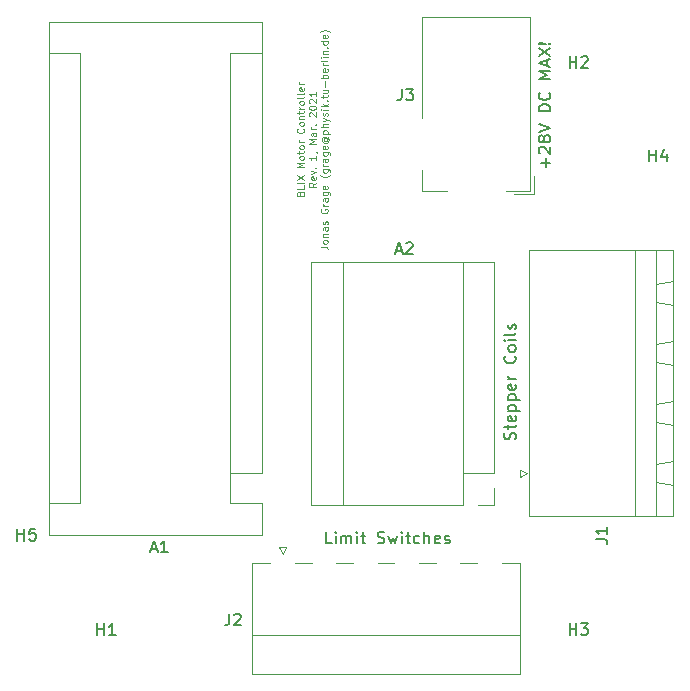
<source format=gbr>
G04 #@! TF.GenerationSoftware,KiCad,Pcbnew,5.0.2+dfsg1-1*
G04 #@! TF.CreationDate,2021-03-19T17:12:50+01:00*
G04 #@! TF.ProjectId,motor,6d6f746f-722e-46b6-9963-61645f706362,rev?*
G04 #@! TF.SameCoordinates,Original*
G04 #@! TF.FileFunction,Legend,Top*
G04 #@! TF.FilePolarity,Positive*
%FSLAX46Y46*%
G04 Gerber Fmt 4.6, Leading zero omitted, Abs format (unit mm)*
G04 Created by KiCad (PCBNEW 5.0.2+dfsg1-1) date Fr 19 Mär 2021 17:12:50 CET*
%MOMM*%
%LPD*%
G01*
G04 APERTURE LIST*
%ADD10C,0.150000*%
%ADD11C,0.100000*%
%ADD12C,0.200000*%
%ADD13C,0.120000*%
G04 APERTURE END LIST*
D10*
X214654761Y-75880952D02*
X214702380Y-75738095D01*
X214702380Y-75500000D01*
X214654761Y-75404761D01*
X214607142Y-75357142D01*
X214511904Y-75309523D01*
X214416666Y-75309523D01*
X214321428Y-75357142D01*
X214273809Y-75404761D01*
X214226190Y-75500000D01*
X214178571Y-75690476D01*
X214130952Y-75785714D01*
X214083333Y-75833333D01*
X213988095Y-75880952D01*
X213892857Y-75880952D01*
X213797619Y-75833333D01*
X213750000Y-75785714D01*
X213702380Y-75690476D01*
X213702380Y-75452380D01*
X213750000Y-75309523D01*
X214035714Y-75023809D02*
X214035714Y-74642857D01*
X213702380Y-74880952D02*
X214559523Y-74880952D01*
X214654761Y-74833333D01*
X214702380Y-74738095D01*
X214702380Y-74642857D01*
X214654761Y-73928571D02*
X214702380Y-74023809D01*
X214702380Y-74214285D01*
X214654761Y-74309523D01*
X214559523Y-74357142D01*
X214178571Y-74357142D01*
X214083333Y-74309523D01*
X214035714Y-74214285D01*
X214035714Y-74023809D01*
X214083333Y-73928571D01*
X214178571Y-73880952D01*
X214273809Y-73880952D01*
X214369047Y-74357142D01*
X214035714Y-73452380D02*
X215035714Y-73452380D01*
X214083333Y-73452380D02*
X214035714Y-73357142D01*
X214035714Y-73166666D01*
X214083333Y-73071428D01*
X214130952Y-73023809D01*
X214226190Y-72976190D01*
X214511904Y-72976190D01*
X214607142Y-73023809D01*
X214654761Y-73071428D01*
X214702380Y-73166666D01*
X214702380Y-73357142D01*
X214654761Y-73452380D01*
X214035714Y-72547619D02*
X215035714Y-72547619D01*
X214083333Y-72547619D02*
X214035714Y-72452380D01*
X214035714Y-72261904D01*
X214083333Y-72166666D01*
X214130952Y-72119047D01*
X214226190Y-72071428D01*
X214511904Y-72071428D01*
X214607142Y-72119047D01*
X214654761Y-72166666D01*
X214702380Y-72261904D01*
X214702380Y-72452380D01*
X214654761Y-72547619D01*
X214654761Y-71261904D02*
X214702380Y-71357142D01*
X214702380Y-71547619D01*
X214654761Y-71642857D01*
X214559523Y-71690476D01*
X214178571Y-71690476D01*
X214083333Y-71642857D01*
X214035714Y-71547619D01*
X214035714Y-71357142D01*
X214083333Y-71261904D01*
X214178571Y-71214285D01*
X214273809Y-71214285D01*
X214369047Y-71690476D01*
X214702380Y-70785714D02*
X214035714Y-70785714D01*
X214226190Y-70785714D02*
X214130952Y-70738095D01*
X214083333Y-70690476D01*
X214035714Y-70595238D01*
X214035714Y-70500000D01*
X214607142Y-68833333D02*
X214654761Y-68880952D01*
X214702380Y-69023809D01*
X214702380Y-69119047D01*
X214654761Y-69261904D01*
X214559523Y-69357142D01*
X214464285Y-69404761D01*
X214273809Y-69452380D01*
X214130952Y-69452380D01*
X213940476Y-69404761D01*
X213845238Y-69357142D01*
X213750000Y-69261904D01*
X213702380Y-69119047D01*
X213702380Y-69023809D01*
X213750000Y-68880952D01*
X213797619Y-68833333D01*
X214702380Y-68261904D02*
X214654761Y-68357142D01*
X214607142Y-68404761D01*
X214511904Y-68452380D01*
X214226190Y-68452380D01*
X214130952Y-68404761D01*
X214083333Y-68357142D01*
X214035714Y-68261904D01*
X214035714Y-68119047D01*
X214083333Y-68023809D01*
X214130952Y-67976190D01*
X214226190Y-67928571D01*
X214511904Y-67928571D01*
X214607142Y-67976190D01*
X214654761Y-68023809D01*
X214702380Y-68119047D01*
X214702380Y-68261904D01*
X214702380Y-67500000D02*
X214035714Y-67500000D01*
X213702380Y-67500000D02*
X213750000Y-67547619D01*
X213797619Y-67500000D01*
X213750000Y-67452380D01*
X213702380Y-67500000D01*
X213797619Y-67500000D01*
X214702380Y-66880952D02*
X214654761Y-66976190D01*
X214559523Y-67023809D01*
X213702380Y-67023809D01*
X214654761Y-66547619D02*
X214702380Y-66452380D01*
X214702380Y-66261904D01*
X214654761Y-66166666D01*
X214559523Y-66119047D01*
X214511904Y-66119047D01*
X214416666Y-66166666D01*
X214369047Y-66261904D01*
X214369047Y-66404761D01*
X214321428Y-66500000D01*
X214226190Y-66547619D01*
X214178571Y-66547619D01*
X214083333Y-66500000D01*
X214035714Y-66404761D01*
X214035714Y-66261904D01*
X214083333Y-66166666D01*
X199096904Y-84702380D02*
X198620714Y-84702380D01*
X198620714Y-83702380D01*
X199430238Y-84702380D02*
X199430238Y-84035714D01*
X199430238Y-83702380D02*
X199382619Y-83750000D01*
X199430238Y-83797619D01*
X199477857Y-83750000D01*
X199430238Y-83702380D01*
X199430238Y-83797619D01*
X199906428Y-84702380D02*
X199906428Y-84035714D01*
X199906428Y-84130952D02*
X199954047Y-84083333D01*
X200049285Y-84035714D01*
X200192142Y-84035714D01*
X200287380Y-84083333D01*
X200335000Y-84178571D01*
X200335000Y-84702380D01*
X200335000Y-84178571D02*
X200382619Y-84083333D01*
X200477857Y-84035714D01*
X200620714Y-84035714D01*
X200715952Y-84083333D01*
X200763571Y-84178571D01*
X200763571Y-84702380D01*
X201239761Y-84702380D02*
X201239761Y-84035714D01*
X201239761Y-83702380D02*
X201192142Y-83750000D01*
X201239761Y-83797619D01*
X201287380Y-83750000D01*
X201239761Y-83702380D01*
X201239761Y-83797619D01*
X201573095Y-84035714D02*
X201954047Y-84035714D01*
X201715952Y-83702380D02*
X201715952Y-84559523D01*
X201763571Y-84654761D01*
X201858809Y-84702380D01*
X201954047Y-84702380D01*
X203001666Y-84654761D02*
X203144523Y-84702380D01*
X203382619Y-84702380D01*
X203477857Y-84654761D01*
X203525476Y-84607142D01*
X203573095Y-84511904D01*
X203573095Y-84416666D01*
X203525476Y-84321428D01*
X203477857Y-84273809D01*
X203382619Y-84226190D01*
X203192142Y-84178571D01*
X203096904Y-84130952D01*
X203049285Y-84083333D01*
X203001666Y-83988095D01*
X203001666Y-83892857D01*
X203049285Y-83797619D01*
X203096904Y-83750000D01*
X203192142Y-83702380D01*
X203430238Y-83702380D01*
X203573095Y-83750000D01*
X203906428Y-84035714D02*
X204096904Y-84702380D01*
X204287380Y-84226190D01*
X204477857Y-84702380D01*
X204668333Y-84035714D01*
X205049285Y-84702380D02*
X205049285Y-84035714D01*
X205049285Y-83702380D02*
X205001666Y-83750000D01*
X205049285Y-83797619D01*
X205096904Y-83750000D01*
X205049285Y-83702380D01*
X205049285Y-83797619D01*
X205382619Y-84035714D02*
X205763571Y-84035714D01*
X205525476Y-83702380D02*
X205525476Y-84559523D01*
X205573095Y-84654761D01*
X205668333Y-84702380D01*
X205763571Y-84702380D01*
X206525476Y-84654761D02*
X206430238Y-84702380D01*
X206239761Y-84702380D01*
X206144523Y-84654761D01*
X206096904Y-84607142D01*
X206049285Y-84511904D01*
X206049285Y-84226190D01*
X206096904Y-84130952D01*
X206144523Y-84083333D01*
X206239761Y-84035714D01*
X206430238Y-84035714D01*
X206525476Y-84083333D01*
X206954047Y-84702380D02*
X206954047Y-83702380D01*
X207382619Y-84702380D02*
X207382619Y-84178571D01*
X207335000Y-84083333D01*
X207239761Y-84035714D01*
X207096904Y-84035714D01*
X207001666Y-84083333D01*
X206954047Y-84130952D01*
X208239761Y-84654761D02*
X208144523Y-84702380D01*
X207954047Y-84702380D01*
X207858809Y-84654761D01*
X207811190Y-84559523D01*
X207811190Y-84178571D01*
X207858809Y-84083333D01*
X207954047Y-84035714D01*
X208144523Y-84035714D01*
X208239761Y-84083333D01*
X208287380Y-84178571D01*
X208287380Y-84273809D01*
X207811190Y-84369047D01*
X208668333Y-84654761D02*
X208763571Y-84702380D01*
X208954047Y-84702380D01*
X209049285Y-84654761D01*
X209096904Y-84559523D01*
X209096904Y-84511904D01*
X209049285Y-84416666D01*
X208954047Y-84369047D01*
X208811190Y-84369047D01*
X208715952Y-84321428D01*
X208668333Y-84226190D01*
X208668333Y-84178571D01*
X208715952Y-84083333D01*
X208811190Y-84035714D01*
X208954047Y-84035714D01*
X209049285Y-84083333D01*
D11*
X196457142Y-55057142D02*
X196485714Y-54971428D01*
X196514285Y-54942857D01*
X196571428Y-54914285D01*
X196657142Y-54914285D01*
X196714285Y-54942857D01*
X196742857Y-54971428D01*
X196771428Y-55028571D01*
X196771428Y-55257142D01*
X196171428Y-55257142D01*
X196171428Y-55057142D01*
X196200000Y-55000000D01*
X196228571Y-54971428D01*
X196285714Y-54942857D01*
X196342857Y-54942857D01*
X196400000Y-54971428D01*
X196428571Y-55000000D01*
X196457142Y-55057142D01*
X196457142Y-55257142D01*
X196771428Y-54371428D02*
X196771428Y-54657142D01*
X196171428Y-54657142D01*
X196771428Y-54171428D02*
X196371428Y-54171428D01*
X196171428Y-54171428D02*
X196200000Y-54200000D01*
X196228571Y-54171428D01*
X196200000Y-54142857D01*
X196171428Y-54171428D01*
X196228571Y-54171428D01*
X196171428Y-53942857D02*
X196771428Y-53542857D01*
X196171428Y-53542857D02*
X196771428Y-53942857D01*
X196771428Y-52857142D02*
X196171428Y-52857142D01*
X196600000Y-52657142D01*
X196171428Y-52457142D01*
X196771428Y-52457142D01*
X196771428Y-52085714D02*
X196742857Y-52142857D01*
X196714285Y-52171428D01*
X196657142Y-52200000D01*
X196485714Y-52200000D01*
X196428571Y-52171428D01*
X196400000Y-52142857D01*
X196371428Y-52085714D01*
X196371428Y-52000000D01*
X196400000Y-51942857D01*
X196428571Y-51914285D01*
X196485714Y-51885714D01*
X196657142Y-51885714D01*
X196714285Y-51914285D01*
X196742857Y-51942857D01*
X196771428Y-52000000D01*
X196771428Y-52085714D01*
X196371428Y-51714285D02*
X196371428Y-51485714D01*
X196171428Y-51628571D02*
X196685714Y-51628571D01*
X196742857Y-51600000D01*
X196771428Y-51542857D01*
X196771428Y-51485714D01*
X196771428Y-51200000D02*
X196742857Y-51257142D01*
X196714285Y-51285714D01*
X196657142Y-51314285D01*
X196485714Y-51314285D01*
X196428571Y-51285714D01*
X196400000Y-51257142D01*
X196371428Y-51200000D01*
X196371428Y-51114285D01*
X196400000Y-51057142D01*
X196428571Y-51028571D01*
X196485714Y-51000000D01*
X196657142Y-51000000D01*
X196714285Y-51028571D01*
X196742857Y-51057142D01*
X196771428Y-51114285D01*
X196771428Y-51200000D01*
X196771428Y-50742857D02*
X196371428Y-50742857D01*
X196485714Y-50742857D02*
X196428571Y-50714285D01*
X196400000Y-50685714D01*
X196371428Y-50628571D01*
X196371428Y-50571428D01*
X196714285Y-49571428D02*
X196742857Y-49600000D01*
X196771428Y-49685714D01*
X196771428Y-49742857D01*
X196742857Y-49828571D01*
X196685714Y-49885714D01*
X196628571Y-49914285D01*
X196514285Y-49942857D01*
X196428571Y-49942857D01*
X196314285Y-49914285D01*
X196257142Y-49885714D01*
X196200000Y-49828571D01*
X196171428Y-49742857D01*
X196171428Y-49685714D01*
X196200000Y-49600000D01*
X196228571Y-49571428D01*
X196771428Y-49228571D02*
X196742857Y-49285714D01*
X196714285Y-49314285D01*
X196657142Y-49342857D01*
X196485714Y-49342857D01*
X196428571Y-49314285D01*
X196400000Y-49285714D01*
X196371428Y-49228571D01*
X196371428Y-49142857D01*
X196400000Y-49085714D01*
X196428571Y-49057142D01*
X196485714Y-49028571D01*
X196657142Y-49028571D01*
X196714285Y-49057142D01*
X196742857Y-49085714D01*
X196771428Y-49142857D01*
X196771428Y-49228571D01*
X196371428Y-48771428D02*
X196771428Y-48771428D01*
X196428571Y-48771428D02*
X196400000Y-48742857D01*
X196371428Y-48685714D01*
X196371428Y-48600000D01*
X196400000Y-48542857D01*
X196457142Y-48514285D01*
X196771428Y-48514285D01*
X196371428Y-48314285D02*
X196371428Y-48085714D01*
X196171428Y-48228571D02*
X196685714Y-48228571D01*
X196742857Y-48200000D01*
X196771428Y-48142857D01*
X196771428Y-48085714D01*
X196771428Y-47885714D02*
X196371428Y-47885714D01*
X196485714Y-47885714D02*
X196428571Y-47857142D01*
X196400000Y-47828571D01*
X196371428Y-47771428D01*
X196371428Y-47714285D01*
X196771428Y-47428571D02*
X196742857Y-47485714D01*
X196714285Y-47514285D01*
X196657142Y-47542857D01*
X196485714Y-47542857D01*
X196428571Y-47514285D01*
X196400000Y-47485714D01*
X196371428Y-47428571D01*
X196371428Y-47342857D01*
X196400000Y-47285714D01*
X196428571Y-47257142D01*
X196485714Y-47228571D01*
X196657142Y-47228571D01*
X196714285Y-47257142D01*
X196742857Y-47285714D01*
X196771428Y-47342857D01*
X196771428Y-47428571D01*
X196771428Y-46885714D02*
X196742857Y-46942857D01*
X196685714Y-46971428D01*
X196171428Y-46971428D01*
X196771428Y-46571428D02*
X196742857Y-46628571D01*
X196685714Y-46657142D01*
X196171428Y-46657142D01*
X196742857Y-46114285D02*
X196771428Y-46171428D01*
X196771428Y-46285714D01*
X196742857Y-46342857D01*
X196685714Y-46371428D01*
X196457142Y-46371428D01*
X196400000Y-46342857D01*
X196371428Y-46285714D01*
X196371428Y-46171428D01*
X196400000Y-46114285D01*
X196457142Y-46085714D01*
X196514285Y-46085714D01*
X196571428Y-46371428D01*
X196771428Y-45828571D02*
X196371428Y-45828571D01*
X196485714Y-45828571D02*
X196428571Y-45800000D01*
X196400000Y-45771428D01*
X196371428Y-45714285D01*
X196371428Y-45657142D01*
X197771428Y-54142857D02*
X197485714Y-54342857D01*
X197771428Y-54485714D02*
X197171428Y-54485714D01*
X197171428Y-54257142D01*
X197200000Y-54200000D01*
X197228571Y-54171428D01*
X197285714Y-54142857D01*
X197371428Y-54142857D01*
X197428571Y-54171428D01*
X197457142Y-54200000D01*
X197485714Y-54257142D01*
X197485714Y-54485714D01*
X197742857Y-53657142D02*
X197771428Y-53714285D01*
X197771428Y-53828571D01*
X197742857Y-53885714D01*
X197685714Y-53914285D01*
X197457142Y-53914285D01*
X197400000Y-53885714D01*
X197371428Y-53828571D01*
X197371428Y-53714285D01*
X197400000Y-53657142D01*
X197457142Y-53628571D01*
X197514285Y-53628571D01*
X197571428Y-53914285D01*
X197371428Y-53428571D02*
X197771428Y-53285714D01*
X197371428Y-53142857D01*
X197714285Y-52914285D02*
X197742857Y-52885714D01*
X197771428Y-52914285D01*
X197742857Y-52942857D01*
X197714285Y-52914285D01*
X197771428Y-52914285D01*
X197771428Y-51857142D02*
X197771428Y-52200000D01*
X197771428Y-52028571D02*
X197171428Y-52028571D01*
X197257142Y-52085714D01*
X197314285Y-52142857D01*
X197342857Y-52200000D01*
X197742857Y-51571428D02*
X197771428Y-51571428D01*
X197828571Y-51600000D01*
X197857142Y-51628571D01*
X197771428Y-50857142D02*
X197171428Y-50857142D01*
X197600000Y-50657142D01*
X197171428Y-50457142D01*
X197771428Y-50457142D01*
X197771428Y-49914285D02*
X197457142Y-49914285D01*
X197400000Y-49942857D01*
X197371428Y-50000000D01*
X197371428Y-50114285D01*
X197400000Y-50171428D01*
X197742857Y-49914285D02*
X197771428Y-49971428D01*
X197771428Y-50114285D01*
X197742857Y-50171428D01*
X197685714Y-50200000D01*
X197628571Y-50200000D01*
X197571428Y-50171428D01*
X197542857Y-50114285D01*
X197542857Y-49971428D01*
X197514285Y-49914285D01*
X197771428Y-49628571D02*
X197371428Y-49628571D01*
X197485714Y-49628571D02*
X197428571Y-49600000D01*
X197400000Y-49571428D01*
X197371428Y-49514285D01*
X197371428Y-49457142D01*
X197714285Y-49257142D02*
X197742857Y-49228571D01*
X197771428Y-49257142D01*
X197742857Y-49285714D01*
X197714285Y-49257142D01*
X197771428Y-49257142D01*
X197228571Y-48542857D02*
X197200000Y-48514285D01*
X197171428Y-48457142D01*
X197171428Y-48314285D01*
X197200000Y-48257142D01*
X197228571Y-48228571D01*
X197285714Y-48200000D01*
X197342857Y-48200000D01*
X197428571Y-48228571D01*
X197771428Y-48571428D01*
X197771428Y-48200000D01*
X197171428Y-47828571D02*
X197171428Y-47771428D01*
X197200000Y-47714285D01*
X197228571Y-47685714D01*
X197285714Y-47657142D01*
X197400000Y-47628571D01*
X197542857Y-47628571D01*
X197657142Y-47657142D01*
X197714285Y-47685714D01*
X197742857Y-47714285D01*
X197771428Y-47771428D01*
X197771428Y-47828571D01*
X197742857Y-47885714D01*
X197714285Y-47914285D01*
X197657142Y-47942857D01*
X197542857Y-47971428D01*
X197400000Y-47971428D01*
X197285714Y-47942857D01*
X197228571Y-47914285D01*
X197200000Y-47885714D01*
X197171428Y-47828571D01*
X197228571Y-47400000D02*
X197200000Y-47371428D01*
X197171428Y-47314285D01*
X197171428Y-47171428D01*
X197200000Y-47114285D01*
X197228571Y-47085714D01*
X197285714Y-47057142D01*
X197342857Y-47057142D01*
X197428571Y-47085714D01*
X197771428Y-47428571D01*
X197771428Y-47057142D01*
X197771428Y-46485714D02*
X197771428Y-46828571D01*
X197771428Y-46657142D02*
X197171428Y-46657142D01*
X197257142Y-46714285D01*
X197314285Y-46771428D01*
X197342857Y-46828571D01*
X198171428Y-59571428D02*
X198600000Y-59571428D01*
X198685714Y-59600000D01*
X198742857Y-59657142D01*
X198771428Y-59742857D01*
X198771428Y-59800000D01*
X198771428Y-59200000D02*
X198742857Y-59257142D01*
X198714285Y-59285714D01*
X198657142Y-59314285D01*
X198485714Y-59314285D01*
X198428571Y-59285714D01*
X198400000Y-59257142D01*
X198371428Y-59200000D01*
X198371428Y-59114285D01*
X198400000Y-59057142D01*
X198428571Y-59028571D01*
X198485714Y-59000000D01*
X198657142Y-59000000D01*
X198714285Y-59028571D01*
X198742857Y-59057142D01*
X198771428Y-59114285D01*
X198771428Y-59200000D01*
X198371428Y-58742857D02*
X198771428Y-58742857D01*
X198428571Y-58742857D02*
X198400000Y-58714285D01*
X198371428Y-58657142D01*
X198371428Y-58571428D01*
X198400000Y-58514285D01*
X198457142Y-58485714D01*
X198771428Y-58485714D01*
X198771428Y-57942857D02*
X198457142Y-57942857D01*
X198400000Y-57971428D01*
X198371428Y-58028571D01*
X198371428Y-58142857D01*
X198400000Y-58200000D01*
X198742857Y-57942857D02*
X198771428Y-58000000D01*
X198771428Y-58142857D01*
X198742857Y-58200000D01*
X198685714Y-58228571D01*
X198628571Y-58228571D01*
X198571428Y-58200000D01*
X198542857Y-58142857D01*
X198542857Y-58000000D01*
X198514285Y-57942857D01*
X198742857Y-57685714D02*
X198771428Y-57628571D01*
X198771428Y-57514285D01*
X198742857Y-57457142D01*
X198685714Y-57428571D01*
X198657142Y-57428571D01*
X198600000Y-57457142D01*
X198571428Y-57514285D01*
X198571428Y-57600000D01*
X198542857Y-57657142D01*
X198485714Y-57685714D01*
X198457142Y-57685714D01*
X198400000Y-57657142D01*
X198371428Y-57600000D01*
X198371428Y-57514285D01*
X198400000Y-57457142D01*
X198200000Y-56400000D02*
X198171428Y-56457142D01*
X198171428Y-56542857D01*
X198200000Y-56628571D01*
X198257142Y-56685714D01*
X198314285Y-56714285D01*
X198428571Y-56742857D01*
X198514285Y-56742857D01*
X198628571Y-56714285D01*
X198685714Y-56685714D01*
X198742857Y-56628571D01*
X198771428Y-56542857D01*
X198771428Y-56485714D01*
X198742857Y-56400000D01*
X198714285Y-56371428D01*
X198514285Y-56371428D01*
X198514285Y-56485714D01*
X198771428Y-56114285D02*
X198371428Y-56114285D01*
X198485714Y-56114285D02*
X198428571Y-56085714D01*
X198400000Y-56057142D01*
X198371428Y-56000000D01*
X198371428Y-55942857D01*
X198771428Y-55485714D02*
X198457142Y-55485714D01*
X198400000Y-55514285D01*
X198371428Y-55571428D01*
X198371428Y-55685714D01*
X198400000Y-55742857D01*
X198742857Y-55485714D02*
X198771428Y-55542857D01*
X198771428Y-55685714D01*
X198742857Y-55742857D01*
X198685714Y-55771428D01*
X198628571Y-55771428D01*
X198571428Y-55742857D01*
X198542857Y-55685714D01*
X198542857Y-55542857D01*
X198514285Y-55485714D01*
X198371428Y-54942857D02*
X198857142Y-54942857D01*
X198914285Y-54971428D01*
X198942857Y-55000000D01*
X198971428Y-55057142D01*
X198971428Y-55142857D01*
X198942857Y-55200000D01*
X198742857Y-54942857D02*
X198771428Y-55000000D01*
X198771428Y-55114285D01*
X198742857Y-55171428D01*
X198714285Y-55200000D01*
X198657142Y-55228571D01*
X198485714Y-55228571D01*
X198428571Y-55200000D01*
X198400000Y-55171428D01*
X198371428Y-55114285D01*
X198371428Y-55000000D01*
X198400000Y-54942857D01*
X198742857Y-54428571D02*
X198771428Y-54485714D01*
X198771428Y-54600000D01*
X198742857Y-54657142D01*
X198685714Y-54685714D01*
X198457142Y-54685714D01*
X198400000Y-54657142D01*
X198371428Y-54600000D01*
X198371428Y-54485714D01*
X198400000Y-54428571D01*
X198457142Y-54400000D01*
X198514285Y-54400000D01*
X198571428Y-54685714D01*
X199000000Y-53514285D02*
X198971428Y-53542857D01*
X198885714Y-53600000D01*
X198828571Y-53628571D01*
X198742857Y-53657142D01*
X198600000Y-53685714D01*
X198485714Y-53685714D01*
X198342857Y-53657142D01*
X198257142Y-53628571D01*
X198200000Y-53600000D01*
X198114285Y-53542857D01*
X198085714Y-53514285D01*
X198371428Y-53028571D02*
X198857142Y-53028571D01*
X198914285Y-53057142D01*
X198942857Y-53085714D01*
X198971428Y-53142857D01*
X198971428Y-53228571D01*
X198942857Y-53285714D01*
X198742857Y-53028571D02*
X198771428Y-53085714D01*
X198771428Y-53200000D01*
X198742857Y-53257142D01*
X198714285Y-53285714D01*
X198657142Y-53314285D01*
X198485714Y-53314285D01*
X198428571Y-53285714D01*
X198400000Y-53257142D01*
X198371428Y-53200000D01*
X198371428Y-53085714D01*
X198400000Y-53028571D01*
X198771428Y-52742857D02*
X198371428Y-52742857D01*
X198485714Y-52742857D02*
X198428571Y-52714285D01*
X198400000Y-52685714D01*
X198371428Y-52628571D01*
X198371428Y-52571428D01*
X198771428Y-52114285D02*
X198457142Y-52114285D01*
X198400000Y-52142857D01*
X198371428Y-52200000D01*
X198371428Y-52314285D01*
X198400000Y-52371428D01*
X198742857Y-52114285D02*
X198771428Y-52171428D01*
X198771428Y-52314285D01*
X198742857Y-52371428D01*
X198685714Y-52400000D01*
X198628571Y-52400000D01*
X198571428Y-52371428D01*
X198542857Y-52314285D01*
X198542857Y-52171428D01*
X198514285Y-52114285D01*
X198371428Y-51571428D02*
X198857142Y-51571428D01*
X198914285Y-51600000D01*
X198942857Y-51628571D01*
X198971428Y-51685714D01*
X198971428Y-51771428D01*
X198942857Y-51828571D01*
X198742857Y-51571428D02*
X198771428Y-51628571D01*
X198771428Y-51742857D01*
X198742857Y-51800000D01*
X198714285Y-51828571D01*
X198657142Y-51857142D01*
X198485714Y-51857142D01*
X198428571Y-51828571D01*
X198400000Y-51800000D01*
X198371428Y-51742857D01*
X198371428Y-51628571D01*
X198400000Y-51571428D01*
X198742857Y-51057142D02*
X198771428Y-51114285D01*
X198771428Y-51228571D01*
X198742857Y-51285714D01*
X198685714Y-51314285D01*
X198457142Y-51314285D01*
X198400000Y-51285714D01*
X198371428Y-51228571D01*
X198371428Y-51114285D01*
X198400000Y-51057142D01*
X198457142Y-51028571D01*
X198514285Y-51028571D01*
X198571428Y-51314285D01*
X198485714Y-50400000D02*
X198457142Y-50428571D01*
X198428571Y-50485714D01*
X198428571Y-50542857D01*
X198457142Y-50600000D01*
X198485714Y-50628571D01*
X198542857Y-50657142D01*
X198600000Y-50657142D01*
X198657142Y-50628571D01*
X198685714Y-50600000D01*
X198714285Y-50542857D01*
X198714285Y-50485714D01*
X198685714Y-50428571D01*
X198657142Y-50400000D01*
X198428571Y-50400000D02*
X198657142Y-50400000D01*
X198685714Y-50371428D01*
X198685714Y-50342857D01*
X198657142Y-50285714D01*
X198600000Y-50257142D01*
X198457142Y-50257142D01*
X198371428Y-50314285D01*
X198314285Y-50400000D01*
X198285714Y-50514285D01*
X198314285Y-50628571D01*
X198371428Y-50714285D01*
X198457142Y-50771428D01*
X198571428Y-50800000D01*
X198685714Y-50771428D01*
X198771428Y-50714285D01*
X198828571Y-50628571D01*
X198857142Y-50514285D01*
X198828571Y-50400000D01*
X198771428Y-50314285D01*
X198371428Y-50000000D02*
X198971428Y-50000000D01*
X198400000Y-50000000D02*
X198371428Y-49942857D01*
X198371428Y-49828571D01*
X198400000Y-49771428D01*
X198428571Y-49742857D01*
X198485714Y-49714285D01*
X198657142Y-49714285D01*
X198714285Y-49742857D01*
X198742857Y-49771428D01*
X198771428Y-49828571D01*
X198771428Y-49942857D01*
X198742857Y-50000000D01*
X198771428Y-49457142D02*
X198171428Y-49457142D01*
X198771428Y-49200000D02*
X198457142Y-49200000D01*
X198400000Y-49228571D01*
X198371428Y-49285714D01*
X198371428Y-49371428D01*
X198400000Y-49428571D01*
X198428571Y-49457142D01*
X198371428Y-48971428D02*
X198771428Y-48828571D01*
X198371428Y-48685714D02*
X198771428Y-48828571D01*
X198914285Y-48885714D01*
X198942857Y-48914285D01*
X198971428Y-48971428D01*
X198742857Y-48485714D02*
X198771428Y-48428571D01*
X198771428Y-48314285D01*
X198742857Y-48257142D01*
X198685714Y-48228571D01*
X198657142Y-48228571D01*
X198600000Y-48257142D01*
X198571428Y-48314285D01*
X198571428Y-48400000D01*
X198542857Y-48457142D01*
X198485714Y-48485714D01*
X198457142Y-48485714D01*
X198400000Y-48457142D01*
X198371428Y-48400000D01*
X198371428Y-48314285D01*
X198400000Y-48257142D01*
X198771428Y-47971428D02*
X198371428Y-47971428D01*
X198171428Y-47971428D02*
X198200000Y-48000000D01*
X198228571Y-47971428D01*
X198200000Y-47942857D01*
X198171428Y-47971428D01*
X198228571Y-47971428D01*
X198771428Y-47685714D02*
X198171428Y-47685714D01*
X198542857Y-47628571D02*
X198771428Y-47457142D01*
X198371428Y-47457142D02*
X198600000Y-47685714D01*
X198714285Y-47200000D02*
X198742857Y-47171428D01*
X198771428Y-47200000D01*
X198742857Y-47228571D01*
X198714285Y-47200000D01*
X198771428Y-47200000D01*
X198371428Y-47000000D02*
X198371428Y-46771428D01*
X198171428Y-46914285D02*
X198685714Y-46914285D01*
X198742857Y-46885714D01*
X198771428Y-46828571D01*
X198771428Y-46771428D01*
X198371428Y-46314285D02*
X198771428Y-46314285D01*
X198371428Y-46571428D02*
X198685714Y-46571428D01*
X198742857Y-46542857D01*
X198771428Y-46485714D01*
X198771428Y-46400000D01*
X198742857Y-46342857D01*
X198714285Y-46314285D01*
X198542857Y-46028571D02*
X198542857Y-45571428D01*
X198771428Y-45285714D02*
X198171428Y-45285714D01*
X198400000Y-45285714D02*
X198371428Y-45228571D01*
X198371428Y-45114285D01*
X198400000Y-45057142D01*
X198428571Y-45028571D01*
X198485714Y-45000000D01*
X198657142Y-45000000D01*
X198714285Y-45028571D01*
X198742857Y-45057142D01*
X198771428Y-45114285D01*
X198771428Y-45228571D01*
X198742857Y-45285714D01*
X198742857Y-44514285D02*
X198771428Y-44571428D01*
X198771428Y-44685714D01*
X198742857Y-44742857D01*
X198685714Y-44771428D01*
X198457142Y-44771428D01*
X198400000Y-44742857D01*
X198371428Y-44685714D01*
X198371428Y-44571428D01*
X198400000Y-44514285D01*
X198457142Y-44485714D01*
X198514285Y-44485714D01*
X198571428Y-44771428D01*
X198771428Y-44228571D02*
X198371428Y-44228571D01*
X198485714Y-44228571D02*
X198428571Y-44200000D01*
X198400000Y-44171428D01*
X198371428Y-44114285D01*
X198371428Y-44057142D01*
X198771428Y-43771428D02*
X198742857Y-43828571D01*
X198685714Y-43857142D01*
X198171428Y-43857142D01*
X198771428Y-43542857D02*
X198371428Y-43542857D01*
X198171428Y-43542857D02*
X198200000Y-43571428D01*
X198228571Y-43542857D01*
X198200000Y-43514285D01*
X198171428Y-43542857D01*
X198228571Y-43542857D01*
X198371428Y-43257142D02*
X198771428Y-43257142D01*
X198428571Y-43257142D02*
X198400000Y-43228571D01*
X198371428Y-43171428D01*
X198371428Y-43085714D01*
X198400000Y-43028571D01*
X198457142Y-43000000D01*
X198771428Y-43000000D01*
X198714285Y-42714285D02*
X198742857Y-42685714D01*
X198771428Y-42714285D01*
X198742857Y-42742857D01*
X198714285Y-42714285D01*
X198771428Y-42714285D01*
X198771428Y-42171428D02*
X198171428Y-42171428D01*
X198742857Y-42171428D02*
X198771428Y-42228571D01*
X198771428Y-42342857D01*
X198742857Y-42400000D01*
X198714285Y-42428571D01*
X198657142Y-42457142D01*
X198485714Y-42457142D01*
X198428571Y-42428571D01*
X198400000Y-42400000D01*
X198371428Y-42342857D01*
X198371428Y-42228571D01*
X198400000Y-42171428D01*
X198742857Y-41657142D02*
X198771428Y-41714285D01*
X198771428Y-41828571D01*
X198742857Y-41885714D01*
X198685714Y-41914285D01*
X198457142Y-41914285D01*
X198400000Y-41885714D01*
X198371428Y-41828571D01*
X198371428Y-41714285D01*
X198400000Y-41657142D01*
X198457142Y-41628571D01*
X198514285Y-41628571D01*
X198571428Y-41914285D01*
X199000000Y-41428571D02*
X198971428Y-41400000D01*
X198885714Y-41342857D01*
X198828571Y-41314285D01*
X198742857Y-41285714D01*
X198600000Y-41257142D01*
X198485714Y-41257142D01*
X198342857Y-41285714D01*
X198257142Y-41314285D01*
X198200000Y-41342857D01*
X198114285Y-41400000D01*
X198085714Y-41428571D01*
D12*
X217241428Y-52863095D02*
X217241428Y-52101190D01*
X217622380Y-52482142D02*
X216860476Y-52482142D01*
X216717619Y-51672619D02*
X216670000Y-51625000D01*
X216622380Y-51529761D01*
X216622380Y-51291666D01*
X216670000Y-51196428D01*
X216717619Y-51148809D01*
X216812857Y-51101190D01*
X216908095Y-51101190D01*
X217050952Y-51148809D01*
X217622380Y-51720238D01*
X217622380Y-51101190D01*
X217050952Y-50529761D02*
X217003333Y-50625000D01*
X216955714Y-50672619D01*
X216860476Y-50720238D01*
X216812857Y-50720238D01*
X216717619Y-50672619D01*
X216670000Y-50625000D01*
X216622380Y-50529761D01*
X216622380Y-50339285D01*
X216670000Y-50244047D01*
X216717619Y-50196428D01*
X216812857Y-50148809D01*
X216860476Y-50148809D01*
X216955714Y-50196428D01*
X217003333Y-50244047D01*
X217050952Y-50339285D01*
X217050952Y-50529761D01*
X217098571Y-50625000D01*
X217146190Y-50672619D01*
X217241428Y-50720238D01*
X217431904Y-50720238D01*
X217527142Y-50672619D01*
X217574761Y-50625000D01*
X217622380Y-50529761D01*
X217622380Y-50339285D01*
X217574761Y-50244047D01*
X217527142Y-50196428D01*
X217431904Y-50148809D01*
X217241428Y-50148809D01*
X217146190Y-50196428D01*
X217098571Y-50244047D01*
X217050952Y-50339285D01*
X216622380Y-49863095D02*
X217622380Y-49529761D01*
X216622380Y-49196428D01*
X217622380Y-48101190D02*
X216622380Y-48101190D01*
X216622380Y-47863095D01*
X216670000Y-47720238D01*
X216765238Y-47625000D01*
X216860476Y-47577380D01*
X217050952Y-47529761D01*
X217193809Y-47529761D01*
X217384285Y-47577380D01*
X217479523Y-47625000D01*
X217574761Y-47720238D01*
X217622380Y-47863095D01*
X217622380Y-48101190D01*
X217527142Y-46529761D02*
X217574761Y-46577380D01*
X217622380Y-46720238D01*
X217622380Y-46815476D01*
X217574761Y-46958333D01*
X217479523Y-47053571D01*
X217384285Y-47101190D01*
X217193809Y-47148809D01*
X217050952Y-47148809D01*
X216860476Y-47101190D01*
X216765238Y-47053571D01*
X216670000Y-46958333D01*
X216622380Y-46815476D01*
X216622380Y-46720238D01*
X216670000Y-46577380D01*
X216717619Y-46529761D01*
X217622380Y-45339285D02*
X216622380Y-45339285D01*
X217336666Y-45005952D01*
X216622380Y-44672619D01*
X217622380Y-44672619D01*
X217336666Y-44244047D02*
X217336666Y-43767857D01*
X217622380Y-44339285D02*
X216622380Y-44005952D01*
X217622380Y-43672619D01*
X216622380Y-43434523D02*
X217622380Y-42767857D01*
X216622380Y-42767857D02*
X217622380Y-43434523D01*
X217527142Y-42386904D02*
X217574761Y-42339285D01*
X217622380Y-42386904D01*
X217574761Y-42434523D01*
X217527142Y-42386904D01*
X217622380Y-42386904D01*
X217241428Y-42386904D02*
X216670000Y-42434523D01*
X216622380Y-42386904D01*
X216670000Y-42339285D01*
X217241428Y-42386904D01*
X216622380Y-42386904D01*
D13*
G04 #@! TO.C,J3*
X206728000Y-48648000D02*
X206728000Y-40148000D01*
X206728000Y-40148000D02*
X215928000Y-40148000D01*
X215928000Y-40148000D02*
X215928000Y-54848000D01*
X208828000Y-54848000D02*
X206728000Y-54848000D01*
X206728000Y-54848000D02*
X206728000Y-53048000D01*
X214528000Y-55148000D02*
X216228000Y-55148000D01*
X216228000Y-55148000D02*
X216228000Y-53548000D01*
X215928000Y-54848000D02*
X213828000Y-54848000D01*
G04 #@! TO.C,J2*
X192385000Y-86320000D02*
X192385000Y-95740000D01*
X192385000Y-95740000D02*
X215005000Y-95740000D01*
X215005000Y-95740000D02*
X215005000Y-86320000D01*
X192385000Y-86320000D02*
X193895000Y-86320000D01*
X215005000Y-86320000D02*
X213495000Y-86320000D01*
X195995000Y-86320000D02*
X197395000Y-86320000D01*
X199495000Y-86320000D02*
X200895000Y-86320000D01*
X202995000Y-86320000D02*
X204395000Y-86320000D01*
X206495000Y-86320000D02*
X207895000Y-86320000D01*
X209995000Y-86320000D02*
X211395000Y-86320000D01*
X192385000Y-92430000D02*
X215005000Y-92430000D01*
X195245000Y-85030000D02*
X194945000Y-85630000D01*
X194945000Y-85630000D02*
X194645000Y-85030000D01*
X194645000Y-85030000D02*
X195245000Y-85030000D01*
G04 #@! TO.C,J1*
X215822000Y-82390000D02*
X228042000Y-82390000D01*
X228042000Y-82390000D02*
X228042000Y-59850000D01*
X228042000Y-59850000D02*
X215822000Y-59850000D01*
X215822000Y-59850000D02*
X215822000Y-82390000D01*
X226542000Y-82390000D02*
X224742000Y-82390000D01*
X224742000Y-82390000D02*
X224742000Y-59850000D01*
X224742000Y-59850000D02*
X226542000Y-59850000D01*
X226542000Y-59850000D02*
X226542000Y-82390000D01*
X228042000Y-79740000D02*
X228042000Y-77740000D01*
X228042000Y-77740000D02*
X226542000Y-77990000D01*
X226542000Y-77990000D02*
X226542000Y-79490000D01*
X226542000Y-79490000D02*
X228042000Y-79740000D01*
X228042000Y-74660000D02*
X228042000Y-72660000D01*
X228042000Y-72660000D02*
X226542000Y-72910000D01*
X226542000Y-72910000D02*
X226542000Y-74410000D01*
X226542000Y-74410000D02*
X228042000Y-74660000D01*
X228042000Y-69580000D02*
X228042000Y-67580000D01*
X228042000Y-67580000D02*
X226542000Y-67830000D01*
X226542000Y-67830000D02*
X226542000Y-69330000D01*
X226542000Y-69330000D02*
X228042000Y-69580000D01*
X228042000Y-64500000D02*
X228042000Y-62500000D01*
X228042000Y-62500000D02*
X226542000Y-62750000D01*
X226542000Y-62750000D02*
X226542000Y-64250000D01*
X226542000Y-64250000D02*
X228042000Y-64500000D01*
X215022000Y-78440000D02*
X215622000Y-78740000D01*
X215622000Y-78740000D02*
X215022000Y-79040000D01*
X215022000Y-79040000D02*
X215022000Y-78440000D01*
G04 #@! TO.C,A1*
X190500000Y-78740000D02*
X190500000Y-81280000D01*
X190500000Y-81280000D02*
X193170000Y-81280000D01*
X193170000Y-78740000D02*
X193170000Y-40510000D01*
X193170000Y-83950000D02*
X193170000Y-81280000D01*
X177800000Y-81280000D02*
X175130000Y-81280000D01*
X177800000Y-81280000D02*
X177800000Y-43180000D01*
X177800000Y-43180000D02*
X175130000Y-43180000D01*
X190500000Y-78740000D02*
X193170000Y-78740000D01*
X190500000Y-78740000D02*
X190500000Y-43180000D01*
X190500000Y-43180000D02*
X193170000Y-43180000D01*
X193170000Y-40510000D02*
X175130000Y-40510000D01*
X175130000Y-40510000D02*
X175130000Y-83950000D01*
X175130000Y-83950000D02*
X193170000Y-83950000D01*
G04 #@! TO.C,A2*
X200025000Y-81410000D02*
X200025000Y-60830000D01*
X210185000Y-78740000D02*
X210185000Y-60830000D01*
X211455000Y-81410000D02*
X212855000Y-81410000D01*
X212855000Y-81410000D02*
X212855000Y-80010000D01*
X210185000Y-81410000D02*
X210185000Y-78740000D01*
X210185000Y-78740000D02*
X212855000Y-78740000D01*
X212855000Y-78740000D02*
X212855000Y-60830000D01*
X212855000Y-60830000D02*
X197355000Y-60830000D01*
X197355000Y-60830000D02*
X197355000Y-81410000D01*
X197355000Y-81410000D02*
X210185000Y-81410000D01*
G04 #@! TD*
G04 #@! TO.C,H4*
D10*
X225988095Y-52352380D02*
X225988095Y-51352380D01*
X225988095Y-51828571D02*
X226559523Y-51828571D01*
X226559523Y-52352380D02*
X226559523Y-51352380D01*
X227464285Y-51685714D02*
X227464285Y-52352380D01*
X227226190Y-51304761D02*
X226988095Y-52019047D01*
X227607142Y-52019047D01*
G04 #@! TO.C,H5*
X172488095Y-84452380D02*
X172488095Y-83452380D01*
X172488095Y-83928571D02*
X173059523Y-83928571D01*
X173059523Y-84452380D02*
X173059523Y-83452380D01*
X174011904Y-83452380D02*
X173535714Y-83452380D01*
X173488095Y-83928571D01*
X173535714Y-83880952D01*
X173630952Y-83833333D01*
X173869047Y-83833333D01*
X173964285Y-83880952D01*
X174011904Y-83928571D01*
X174059523Y-84023809D01*
X174059523Y-84261904D01*
X174011904Y-84357142D01*
X173964285Y-84404761D01*
X173869047Y-84452380D01*
X173630952Y-84452380D01*
X173535714Y-84404761D01*
X173488095Y-84357142D01*
G04 #@! TO.C,H3*
X219238095Y-92452380D02*
X219238095Y-91452380D01*
X219238095Y-91928571D02*
X219809523Y-91928571D01*
X219809523Y-92452380D02*
X219809523Y-91452380D01*
X220190476Y-91452380D02*
X220809523Y-91452380D01*
X220476190Y-91833333D01*
X220619047Y-91833333D01*
X220714285Y-91880952D01*
X220761904Y-91928571D01*
X220809523Y-92023809D01*
X220809523Y-92261904D01*
X220761904Y-92357142D01*
X220714285Y-92404761D01*
X220619047Y-92452380D01*
X220333333Y-92452380D01*
X220238095Y-92404761D01*
X220190476Y-92357142D01*
G04 #@! TO.C,H2*
X219238095Y-44452380D02*
X219238095Y-43452380D01*
X219238095Y-43928571D02*
X219809523Y-43928571D01*
X219809523Y-44452380D02*
X219809523Y-43452380D01*
X220238095Y-43547619D02*
X220285714Y-43500000D01*
X220380952Y-43452380D01*
X220619047Y-43452380D01*
X220714285Y-43500000D01*
X220761904Y-43547619D01*
X220809523Y-43642857D01*
X220809523Y-43738095D01*
X220761904Y-43880952D01*
X220190476Y-44452380D01*
X220809523Y-44452380D01*
G04 #@! TO.C,H1*
X179238095Y-92452380D02*
X179238095Y-91452380D01*
X179238095Y-91928571D02*
X179809523Y-91928571D01*
X179809523Y-92452380D02*
X179809523Y-91452380D01*
X180809523Y-92452380D02*
X180238095Y-92452380D01*
X180523809Y-92452380D02*
X180523809Y-91452380D01*
X180428571Y-91595238D01*
X180333333Y-91690476D01*
X180238095Y-91738095D01*
G04 #@! TO.C,J3*
X205025666Y-46188380D02*
X205025666Y-46902666D01*
X204978047Y-47045523D01*
X204882809Y-47140761D01*
X204739952Y-47188380D01*
X204644714Y-47188380D01*
X205406619Y-46188380D02*
X206025666Y-46188380D01*
X205692333Y-46569333D01*
X205835190Y-46569333D01*
X205930428Y-46616952D01*
X205978047Y-46664571D01*
X206025666Y-46759809D01*
X206025666Y-46997904D01*
X205978047Y-47093142D01*
X205930428Y-47140761D01*
X205835190Y-47188380D01*
X205549476Y-47188380D01*
X205454238Y-47140761D01*
X205406619Y-47093142D01*
G04 #@! TO.C,J2*
X190420666Y-90638380D02*
X190420666Y-91352666D01*
X190373047Y-91495523D01*
X190277809Y-91590761D01*
X190134952Y-91638380D01*
X190039714Y-91638380D01*
X190849238Y-90733619D02*
X190896857Y-90686000D01*
X190992095Y-90638380D01*
X191230190Y-90638380D01*
X191325428Y-90686000D01*
X191373047Y-90733619D01*
X191420666Y-90828857D01*
X191420666Y-90924095D01*
X191373047Y-91066952D01*
X190801619Y-91638380D01*
X191420666Y-91638380D01*
G04 #@! TO.C,J1*
X221452380Y-84333333D02*
X222166666Y-84333333D01*
X222309523Y-84380952D01*
X222404761Y-84476190D01*
X222452380Y-84619047D01*
X222452380Y-84714285D01*
X222452380Y-83333333D02*
X222452380Y-83904761D01*
X222452380Y-83619047D02*
X221452380Y-83619047D01*
X221595238Y-83714285D01*
X221690476Y-83809523D01*
X221738095Y-83904761D01*
G04 #@! TO.C,A1*
X183785714Y-85166666D02*
X184261904Y-85166666D01*
X183690476Y-85452380D02*
X184023809Y-84452380D01*
X184357142Y-85452380D01*
X185214285Y-85452380D02*
X184642857Y-85452380D01*
X184928571Y-85452380D02*
X184928571Y-84452380D01*
X184833333Y-84595238D01*
X184738095Y-84690476D01*
X184642857Y-84738095D01*
G04 #@! TO.C,A2*
X204535714Y-59916666D02*
X205011904Y-59916666D01*
X204440476Y-60202380D02*
X204773809Y-59202380D01*
X205107142Y-60202380D01*
X205392857Y-59297619D02*
X205440476Y-59250000D01*
X205535714Y-59202380D01*
X205773809Y-59202380D01*
X205869047Y-59250000D01*
X205916666Y-59297619D01*
X205964285Y-59392857D01*
X205964285Y-59488095D01*
X205916666Y-59630952D01*
X205345238Y-60202380D01*
X205964285Y-60202380D01*
G04 #@! TD*
M02*

</source>
